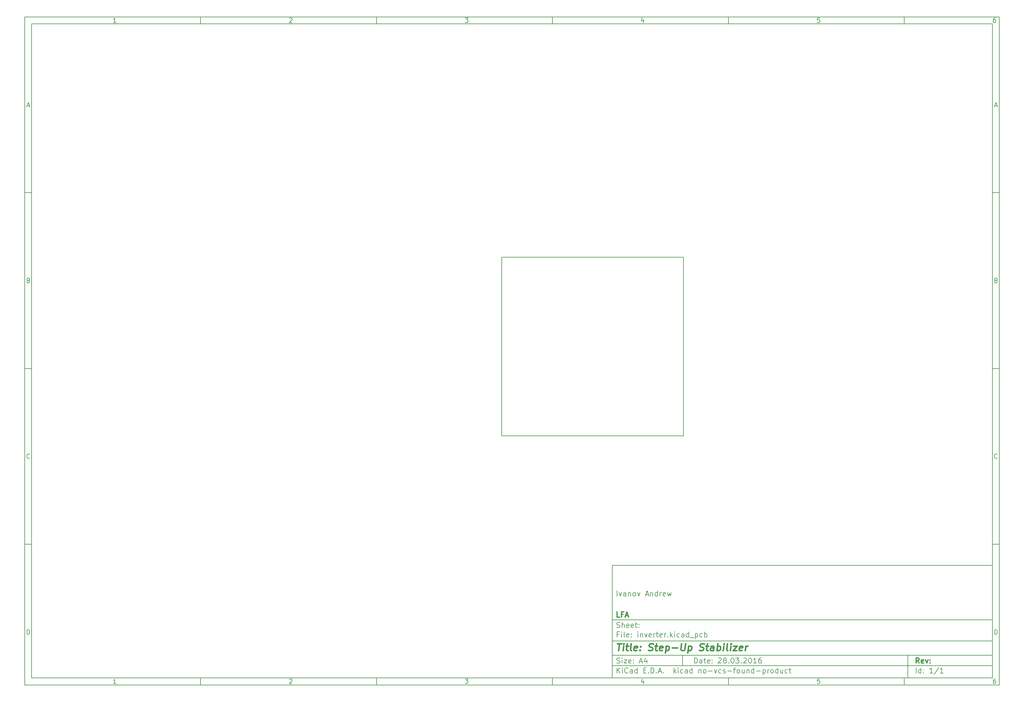
<source format=gbr>
G04 #@! TF.FileFunction,Glue,Bot*
%FSLAX46Y46*%
G04 Gerber Fmt 4.6, Leading zero omitted, Abs format (unit mm)*
G04 Created by KiCad (PCBNEW no-vcs-found-product) date Вт 05 июл 2016 14:43:35*
%MOMM*%
G01*
G04 APERTURE LIST*
%ADD10C,0.100000*%
%ADD11C,0.150000*%
%ADD12C,0.300000*%
%ADD13C,0.400000*%
%ADD14C,0.200000*%
G04 APERTURE END LIST*
D10*
D11*
X177002200Y-166007200D02*
X177002200Y-198007200D01*
X285002200Y-198007200D01*
X285002200Y-166007200D01*
X177002200Y-166007200D01*
D10*
D11*
X10000000Y-10000000D02*
X10000000Y-200007200D01*
X287002200Y-200007200D01*
X287002200Y-10000000D01*
X10000000Y-10000000D01*
D10*
D11*
X12000000Y-12000000D02*
X12000000Y-198007200D01*
X285002200Y-198007200D01*
X285002200Y-12000000D01*
X12000000Y-12000000D01*
D10*
D11*
X60000000Y-12000000D02*
X60000000Y-10000000D01*
D10*
D11*
X110000000Y-12000000D02*
X110000000Y-10000000D01*
D10*
D11*
X160000000Y-12000000D02*
X160000000Y-10000000D01*
D10*
D11*
X210000000Y-12000000D02*
X210000000Y-10000000D01*
D10*
D11*
X260000000Y-12000000D02*
X260000000Y-10000000D01*
D10*
D11*
X35990476Y-11588095D02*
X35247619Y-11588095D01*
X35619048Y-11588095D02*
X35619048Y-10288095D01*
X35495238Y-10473810D01*
X35371429Y-10597619D01*
X35247619Y-10659524D01*
D10*
D11*
X85247619Y-10411905D02*
X85309524Y-10350000D01*
X85433333Y-10288095D01*
X85742857Y-10288095D01*
X85866667Y-10350000D01*
X85928571Y-10411905D01*
X85990476Y-10535714D01*
X85990476Y-10659524D01*
X85928571Y-10845238D01*
X85185714Y-11588095D01*
X85990476Y-11588095D01*
D10*
D11*
X135185714Y-10288095D02*
X135990476Y-10288095D01*
X135557143Y-10783333D01*
X135742857Y-10783333D01*
X135866667Y-10845238D01*
X135928571Y-10907143D01*
X135990476Y-11030952D01*
X135990476Y-11340476D01*
X135928571Y-11464286D01*
X135866667Y-11526190D01*
X135742857Y-11588095D01*
X135371429Y-11588095D01*
X135247619Y-11526190D01*
X135185714Y-11464286D01*
D10*
D11*
X185866667Y-10721429D02*
X185866667Y-11588095D01*
X185557143Y-10226190D02*
X185247619Y-11154762D01*
X186052381Y-11154762D01*
D10*
D11*
X235928571Y-10288095D02*
X235309524Y-10288095D01*
X235247619Y-10907143D01*
X235309524Y-10845238D01*
X235433333Y-10783333D01*
X235742857Y-10783333D01*
X235866667Y-10845238D01*
X235928571Y-10907143D01*
X235990476Y-11030952D01*
X235990476Y-11340476D01*
X235928571Y-11464286D01*
X235866667Y-11526190D01*
X235742857Y-11588095D01*
X235433333Y-11588095D01*
X235309524Y-11526190D01*
X235247619Y-11464286D01*
D10*
D11*
X285866667Y-10288095D02*
X285619048Y-10288095D01*
X285495238Y-10350000D01*
X285433333Y-10411905D01*
X285309524Y-10597619D01*
X285247619Y-10845238D01*
X285247619Y-11340476D01*
X285309524Y-11464286D01*
X285371429Y-11526190D01*
X285495238Y-11588095D01*
X285742857Y-11588095D01*
X285866667Y-11526190D01*
X285928571Y-11464286D01*
X285990476Y-11340476D01*
X285990476Y-11030952D01*
X285928571Y-10907143D01*
X285866667Y-10845238D01*
X285742857Y-10783333D01*
X285495238Y-10783333D01*
X285371429Y-10845238D01*
X285309524Y-10907143D01*
X285247619Y-11030952D01*
D10*
D11*
X60000000Y-198007200D02*
X60000000Y-200007200D01*
D10*
D11*
X110000000Y-198007200D02*
X110000000Y-200007200D01*
D10*
D11*
X160000000Y-198007200D02*
X160000000Y-200007200D01*
D10*
D11*
X210000000Y-198007200D02*
X210000000Y-200007200D01*
D10*
D11*
X260000000Y-198007200D02*
X260000000Y-200007200D01*
D10*
D11*
X35990476Y-199595295D02*
X35247619Y-199595295D01*
X35619048Y-199595295D02*
X35619048Y-198295295D01*
X35495238Y-198481010D01*
X35371429Y-198604819D01*
X35247619Y-198666724D01*
D10*
D11*
X85247619Y-198419105D02*
X85309524Y-198357200D01*
X85433333Y-198295295D01*
X85742857Y-198295295D01*
X85866667Y-198357200D01*
X85928571Y-198419105D01*
X85990476Y-198542914D01*
X85990476Y-198666724D01*
X85928571Y-198852438D01*
X85185714Y-199595295D01*
X85990476Y-199595295D01*
D10*
D11*
X135185714Y-198295295D02*
X135990476Y-198295295D01*
X135557143Y-198790533D01*
X135742857Y-198790533D01*
X135866667Y-198852438D01*
X135928571Y-198914343D01*
X135990476Y-199038152D01*
X135990476Y-199347676D01*
X135928571Y-199471486D01*
X135866667Y-199533390D01*
X135742857Y-199595295D01*
X135371429Y-199595295D01*
X135247619Y-199533390D01*
X135185714Y-199471486D01*
D10*
D11*
X185866667Y-198728629D02*
X185866667Y-199595295D01*
X185557143Y-198233390D02*
X185247619Y-199161962D01*
X186052381Y-199161962D01*
D10*
D11*
X235928571Y-198295295D02*
X235309524Y-198295295D01*
X235247619Y-198914343D01*
X235309524Y-198852438D01*
X235433333Y-198790533D01*
X235742857Y-198790533D01*
X235866667Y-198852438D01*
X235928571Y-198914343D01*
X235990476Y-199038152D01*
X235990476Y-199347676D01*
X235928571Y-199471486D01*
X235866667Y-199533390D01*
X235742857Y-199595295D01*
X235433333Y-199595295D01*
X235309524Y-199533390D01*
X235247619Y-199471486D01*
D10*
D11*
X285866667Y-198295295D02*
X285619048Y-198295295D01*
X285495238Y-198357200D01*
X285433333Y-198419105D01*
X285309524Y-198604819D01*
X285247619Y-198852438D01*
X285247619Y-199347676D01*
X285309524Y-199471486D01*
X285371429Y-199533390D01*
X285495238Y-199595295D01*
X285742857Y-199595295D01*
X285866667Y-199533390D01*
X285928571Y-199471486D01*
X285990476Y-199347676D01*
X285990476Y-199038152D01*
X285928571Y-198914343D01*
X285866667Y-198852438D01*
X285742857Y-198790533D01*
X285495238Y-198790533D01*
X285371429Y-198852438D01*
X285309524Y-198914343D01*
X285247619Y-199038152D01*
D10*
D11*
X10000000Y-60000000D02*
X12000000Y-60000000D01*
D10*
D11*
X10000000Y-110000000D02*
X12000000Y-110000000D01*
D10*
D11*
X10000000Y-160000000D02*
X12000000Y-160000000D01*
D10*
D11*
X10690476Y-35216667D02*
X11309524Y-35216667D01*
X10566667Y-35588095D02*
X11000000Y-34288095D01*
X11433333Y-35588095D01*
D10*
D11*
X11092857Y-84907143D02*
X11278571Y-84969048D01*
X11340476Y-85030952D01*
X11402381Y-85154762D01*
X11402381Y-85340476D01*
X11340476Y-85464286D01*
X11278571Y-85526190D01*
X11154762Y-85588095D01*
X10659524Y-85588095D01*
X10659524Y-84288095D01*
X11092857Y-84288095D01*
X11216667Y-84350000D01*
X11278571Y-84411905D01*
X11340476Y-84535714D01*
X11340476Y-84659524D01*
X11278571Y-84783333D01*
X11216667Y-84845238D01*
X11092857Y-84907143D01*
X10659524Y-84907143D01*
D10*
D11*
X11402381Y-135464286D02*
X11340476Y-135526190D01*
X11154762Y-135588095D01*
X11030952Y-135588095D01*
X10845238Y-135526190D01*
X10721429Y-135402381D01*
X10659524Y-135278571D01*
X10597619Y-135030952D01*
X10597619Y-134845238D01*
X10659524Y-134597619D01*
X10721429Y-134473810D01*
X10845238Y-134350000D01*
X11030952Y-134288095D01*
X11154762Y-134288095D01*
X11340476Y-134350000D01*
X11402381Y-134411905D01*
D10*
D11*
X10659524Y-185588095D02*
X10659524Y-184288095D01*
X10969048Y-184288095D01*
X11154762Y-184350000D01*
X11278571Y-184473810D01*
X11340476Y-184597619D01*
X11402381Y-184845238D01*
X11402381Y-185030952D01*
X11340476Y-185278571D01*
X11278571Y-185402381D01*
X11154762Y-185526190D01*
X10969048Y-185588095D01*
X10659524Y-185588095D01*
D10*
D11*
X287002200Y-60000000D02*
X285002200Y-60000000D01*
D10*
D11*
X287002200Y-110000000D02*
X285002200Y-110000000D01*
D10*
D11*
X287002200Y-160000000D02*
X285002200Y-160000000D01*
D10*
D11*
X285692676Y-35216667D02*
X286311724Y-35216667D01*
X285568867Y-35588095D02*
X286002200Y-34288095D01*
X286435533Y-35588095D01*
D10*
D11*
X286095057Y-84907143D02*
X286280771Y-84969048D01*
X286342676Y-85030952D01*
X286404581Y-85154762D01*
X286404581Y-85340476D01*
X286342676Y-85464286D01*
X286280771Y-85526190D01*
X286156962Y-85588095D01*
X285661724Y-85588095D01*
X285661724Y-84288095D01*
X286095057Y-84288095D01*
X286218867Y-84350000D01*
X286280771Y-84411905D01*
X286342676Y-84535714D01*
X286342676Y-84659524D01*
X286280771Y-84783333D01*
X286218867Y-84845238D01*
X286095057Y-84907143D01*
X285661724Y-84907143D01*
D10*
D11*
X286404581Y-135464286D02*
X286342676Y-135526190D01*
X286156962Y-135588095D01*
X286033152Y-135588095D01*
X285847438Y-135526190D01*
X285723629Y-135402381D01*
X285661724Y-135278571D01*
X285599819Y-135030952D01*
X285599819Y-134845238D01*
X285661724Y-134597619D01*
X285723629Y-134473810D01*
X285847438Y-134350000D01*
X286033152Y-134288095D01*
X286156962Y-134288095D01*
X286342676Y-134350000D01*
X286404581Y-134411905D01*
D10*
D11*
X285661724Y-185588095D02*
X285661724Y-184288095D01*
X285971248Y-184288095D01*
X286156962Y-184350000D01*
X286280771Y-184473810D01*
X286342676Y-184597619D01*
X286404581Y-184845238D01*
X286404581Y-185030952D01*
X286342676Y-185278571D01*
X286280771Y-185402381D01*
X286156962Y-185526190D01*
X285971248Y-185588095D01*
X285661724Y-185588095D01*
D10*
D11*
X200359343Y-193785771D02*
X200359343Y-192285771D01*
X200716486Y-192285771D01*
X200930771Y-192357200D01*
X201073629Y-192500057D01*
X201145057Y-192642914D01*
X201216486Y-192928629D01*
X201216486Y-193142914D01*
X201145057Y-193428629D01*
X201073629Y-193571486D01*
X200930771Y-193714343D01*
X200716486Y-193785771D01*
X200359343Y-193785771D01*
X202502200Y-193785771D02*
X202502200Y-193000057D01*
X202430771Y-192857200D01*
X202287914Y-192785771D01*
X202002200Y-192785771D01*
X201859343Y-192857200D01*
X202502200Y-193714343D02*
X202359343Y-193785771D01*
X202002200Y-193785771D01*
X201859343Y-193714343D01*
X201787914Y-193571486D01*
X201787914Y-193428629D01*
X201859343Y-193285771D01*
X202002200Y-193214343D01*
X202359343Y-193214343D01*
X202502200Y-193142914D01*
X203002200Y-192785771D02*
X203573629Y-192785771D01*
X203216486Y-192285771D02*
X203216486Y-193571486D01*
X203287914Y-193714343D01*
X203430772Y-193785771D01*
X203573629Y-193785771D01*
X204645057Y-193714343D02*
X204502200Y-193785771D01*
X204216486Y-193785771D01*
X204073629Y-193714343D01*
X204002200Y-193571486D01*
X204002200Y-193000057D01*
X204073629Y-192857200D01*
X204216486Y-192785771D01*
X204502200Y-192785771D01*
X204645057Y-192857200D01*
X204716486Y-193000057D01*
X204716486Y-193142914D01*
X204002200Y-193285771D01*
X205359343Y-193642914D02*
X205430771Y-193714343D01*
X205359343Y-193785771D01*
X205287914Y-193714343D01*
X205359343Y-193642914D01*
X205359343Y-193785771D01*
X205359343Y-192857200D02*
X205430771Y-192928629D01*
X205359343Y-193000057D01*
X205287914Y-192928629D01*
X205359343Y-192857200D01*
X205359343Y-193000057D01*
X207145057Y-192428629D02*
X207216486Y-192357200D01*
X207359343Y-192285771D01*
X207716486Y-192285771D01*
X207859343Y-192357200D01*
X207930772Y-192428629D01*
X208002200Y-192571486D01*
X208002200Y-192714343D01*
X207930772Y-192928629D01*
X207073629Y-193785771D01*
X208002200Y-193785771D01*
X208859343Y-192928629D02*
X208716485Y-192857200D01*
X208645057Y-192785771D01*
X208573628Y-192642914D01*
X208573628Y-192571486D01*
X208645057Y-192428629D01*
X208716485Y-192357200D01*
X208859343Y-192285771D01*
X209145057Y-192285771D01*
X209287914Y-192357200D01*
X209359343Y-192428629D01*
X209430771Y-192571486D01*
X209430771Y-192642914D01*
X209359343Y-192785771D01*
X209287914Y-192857200D01*
X209145057Y-192928629D01*
X208859343Y-192928629D01*
X208716485Y-193000057D01*
X208645057Y-193071486D01*
X208573628Y-193214343D01*
X208573628Y-193500057D01*
X208645057Y-193642914D01*
X208716485Y-193714343D01*
X208859343Y-193785771D01*
X209145057Y-193785771D01*
X209287914Y-193714343D01*
X209359343Y-193642914D01*
X209430771Y-193500057D01*
X209430771Y-193214343D01*
X209359343Y-193071486D01*
X209287914Y-193000057D01*
X209145057Y-192928629D01*
X210073628Y-193642914D02*
X210145056Y-193714343D01*
X210073628Y-193785771D01*
X210002199Y-193714343D01*
X210073628Y-193642914D01*
X210073628Y-193785771D01*
X211073628Y-192285771D02*
X211216485Y-192285771D01*
X211359342Y-192357200D01*
X211430771Y-192428629D01*
X211502200Y-192571486D01*
X211573628Y-192857200D01*
X211573628Y-193214343D01*
X211502200Y-193500057D01*
X211430771Y-193642914D01*
X211359342Y-193714343D01*
X211216485Y-193785771D01*
X211073628Y-193785771D01*
X210930771Y-193714343D01*
X210859342Y-193642914D01*
X210787914Y-193500057D01*
X210716485Y-193214343D01*
X210716485Y-192857200D01*
X210787914Y-192571486D01*
X210859342Y-192428629D01*
X210930771Y-192357200D01*
X211073628Y-192285771D01*
X212073628Y-192285771D02*
X213002199Y-192285771D01*
X212502199Y-192857200D01*
X212716485Y-192857200D01*
X212859342Y-192928629D01*
X212930771Y-193000057D01*
X213002199Y-193142914D01*
X213002199Y-193500057D01*
X212930771Y-193642914D01*
X212859342Y-193714343D01*
X212716485Y-193785771D01*
X212287913Y-193785771D01*
X212145056Y-193714343D01*
X212073628Y-193642914D01*
X213645056Y-193642914D02*
X213716484Y-193714343D01*
X213645056Y-193785771D01*
X213573627Y-193714343D01*
X213645056Y-193642914D01*
X213645056Y-193785771D01*
X214287913Y-192428629D02*
X214359342Y-192357200D01*
X214502199Y-192285771D01*
X214859342Y-192285771D01*
X215002199Y-192357200D01*
X215073628Y-192428629D01*
X215145056Y-192571486D01*
X215145056Y-192714343D01*
X215073628Y-192928629D01*
X214216485Y-193785771D01*
X215145056Y-193785771D01*
X216073627Y-192285771D02*
X216216484Y-192285771D01*
X216359341Y-192357200D01*
X216430770Y-192428629D01*
X216502199Y-192571486D01*
X216573627Y-192857200D01*
X216573627Y-193214343D01*
X216502199Y-193500057D01*
X216430770Y-193642914D01*
X216359341Y-193714343D01*
X216216484Y-193785771D01*
X216073627Y-193785771D01*
X215930770Y-193714343D01*
X215859341Y-193642914D01*
X215787913Y-193500057D01*
X215716484Y-193214343D01*
X215716484Y-192857200D01*
X215787913Y-192571486D01*
X215859341Y-192428629D01*
X215930770Y-192357200D01*
X216073627Y-192285771D01*
X218002198Y-193785771D02*
X217145055Y-193785771D01*
X217573627Y-193785771D02*
X217573627Y-192285771D01*
X217430770Y-192500057D01*
X217287912Y-192642914D01*
X217145055Y-192714343D01*
X219287912Y-192285771D02*
X219002198Y-192285771D01*
X218859341Y-192357200D01*
X218787912Y-192428629D01*
X218645055Y-192642914D01*
X218573626Y-192928629D01*
X218573626Y-193500057D01*
X218645055Y-193642914D01*
X218716483Y-193714343D01*
X218859341Y-193785771D01*
X219145055Y-193785771D01*
X219287912Y-193714343D01*
X219359341Y-193642914D01*
X219430769Y-193500057D01*
X219430769Y-193142914D01*
X219359341Y-193000057D01*
X219287912Y-192928629D01*
X219145055Y-192857200D01*
X218859341Y-192857200D01*
X218716483Y-192928629D01*
X218645055Y-193000057D01*
X218573626Y-193142914D01*
D10*
D11*
X177002200Y-194507200D02*
X285002200Y-194507200D01*
D10*
D11*
X178359343Y-196585771D02*
X178359343Y-195085771D01*
X179216486Y-196585771D02*
X178573629Y-195728629D01*
X179216486Y-195085771D02*
X178359343Y-195942914D01*
X179859343Y-196585771D02*
X179859343Y-195585771D01*
X179859343Y-195085771D02*
X179787914Y-195157200D01*
X179859343Y-195228629D01*
X179930771Y-195157200D01*
X179859343Y-195085771D01*
X179859343Y-195228629D01*
X181430772Y-196442914D02*
X181359343Y-196514343D01*
X181145057Y-196585771D01*
X181002200Y-196585771D01*
X180787915Y-196514343D01*
X180645057Y-196371486D01*
X180573629Y-196228629D01*
X180502200Y-195942914D01*
X180502200Y-195728629D01*
X180573629Y-195442914D01*
X180645057Y-195300057D01*
X180787915Y-195157200D01*
X181002200Y-195085771D01*
X181145057Y-195085771D01*
X181359343Y-195157200D01*
X181430772Y-195228629D01*
X182716486Y-196585771D02*
X182716486Y-195800057D01*
X182645057Y-195657200D01*
X182502200Y-195585771D01*
X182216486Y-195585771D01*
X182073629Y-195657200D01*
X182716486Y-196514343D02*
X182573629Y-196585771D01*
X182216486Y-196585771D01*
X182073629Y-196514343D01*
X182002200Y-196371486D01*
X182002200Y-196228629D01*
X182073629Y-196085771D01*
X182216486Y-196014343D01*
X182573629Y-196014343D01*
X182716486Y-195942914D01*
X184073629Y-196585771D02*
X184073629Y-195085771D01*
X184073629Y-196514343D02*
X183930772Y-196585771D01*
X183645058Y-196585771D01*
X183502200Y-196514343D01*
X183430772Y-196442914D01*
X183359343Y-196300057D01*
X183359343Y-195871486D01*
X183430772Y-195728629D01*
X183502200Y-195657200D01*
X183645058Y-195585771D01*
X183930772Y-195585771D01*
X184073629Y-195657200D01*
X185930772Y-195800057D02*
X186430772Y-195800057D01*
X186645058Y-196585771D02*
X185930772Y-196585771D01*
X185930772Y-195085771D01*
X186645058Y-195085771D01*
X187287915Y-196442914D02*
X187359343Y-196514343D01*
X187287915Y-196585771D01*
X187216486Y-196514343D01*
X187287915Y-196442914D01*
X187287915Y-196585771D01*
X188002201Y-196585771D02*
X188002201Y-195085771D01*
X188359344Y-195085771D01*
X188573629Y-195157200D01*
X188716487Y-195300057D01*
X188787915Y-195442914D01*
X188859344Y-195728629D01*
X188859344Y-195942914D01*
X188787915Y-196228629D01*
X188716487Y-196371486D01*
X188573629Y-196514343D01*
X188359344Y-196585771D01*
X188002201Y-196585771D01*
X189502201Y-196442914D02*
X189573629Y-196514343D01*
X189502201Y-196585771D01*
X189430772Y-196514343D01*
X189502201Y-196442914D01*
X189502201Y-196585771D01*
X190145058Y-196157200D02*
X190859344Y-196157200D01*
X190002201Y-196585771D02*
X190502201Y-195085771D01*
X191002201Y-196585771D01*
X191502201Y-196442914D02*
X191573629Y-196514343D01*
X191502201Y-196585771D01*
X191430772Y-196514343D01*
X191502201Y-196442914D01*
X191502201Y-196585771D01*
X194502201Y-196585771D02*
X194502201Y-195085771D01*
X194645058Y-196014343D02*
X195073629Y-196585771D01*
X195073629Y-195585771D02*
X194502201Y-196157200D01*
X195716487Y-196585771D02*
X195716487Y-195585771D01*
X195716487Y-195085771D02*
X195645058Y-195157200D01*
X195716487Y-195228629D01*
X195787915Y-195157200D01*
X195716487Y-195085771D01*
X195716487Y-195228629D01*
X197073630Y-196514343D02*
X196930773Y-196585771D01*
X196645059Y-196585771D01*
X196502201Y-196514343D01*
X196430773Y-196442914D01*
X196359344Y-196300057D01*
X196359344Y-195871486D01*
X196430773Y-195728629D01*
X196502201Y-195657200D01*
X196645059Y-195585771D01*
X196930773Y-195585771D01*
X197073630Y-195657200D01*
X198359344Y-196585771D02*
X198359344Y-195800057D01*
X198287915Y-195657200D01*
X198145058Y-195585771D01*
X197859344Y-195585771D01*
X197716487Y-195657200D01*
X198359344Y-196514343D02*
X198216487Y-196585771D01*
X197859344Y-196585771D01*
X197716487Y-196514343D01*
X197645058Y-196371486D01*
X197645058Y-196228629D01*
X197716487Y-196085771D01*
X197859344Y-196014343D01*
X198216487Y-196014343D01*
X198359344Y-195942914D01*
X199716487Y-196585771D02*
X199716487Y-195085771D01*
X199716487Y-196514343D02*
X199573630Y-196585771D01*
X199287916Y-196585771D01*
X199145058Y-196514343D01*
X199073630Y-196442914D01*
X199002201Y-196300057D01*
X199002201Y-195871486D01*
X199073630Y-195728629D01*
X199145058Y-195657200D01*
X199287916Y-195585771D01*
X199573630Y-195585771D01*
X199716487Y-195657200D01*
X201573630Y-195585771D02*
X201573630Y-196585771D01*
X201573630Y-195728629D02*
X201645058Y-195657200D01*
X201787916Y-195585771D01*
X202002201Y-195585771D01*
X202145058Y-195657200D01*
X202216487Y-195800057D01*
X202216487Y-196585771D01*
X203145059Y-196585771D02*
X203002201Y-196514343D01*
X202930773Y-196442914D01*
X202859344Y-196300057D01*
X202859344Y-195871486D01*
X202930773Y-195728629D01*
X203002201Y-195657200D01*
X203145059Y-195585771D01*
X203359344Y-195585771D01*
X203502201Y-195657200D01*
X203573630Y-195728629D01*
X203645059Y-195871486D01*
X203645059Y-196300057D01*
X203573630Y-196442914D01*
X203502201Y-196514343D01*
X203359344Y-196585771D01*
X203145059Y-196585771D01*
X204287916Y-196014343D02*
X205430773Y-196014343D01*
X206002202Y-195585771D02*
X206359345Y-196585771D01*
X206716487Y-195585771D01*
X207930773Y-196514343D02*
X207787916Y-196585771D01*
X207502202Y-196585771D01*
X207359344Y-196514343D01*
X207287916Y-196442914D01*
X207216487Y-196300057D01*
X207216487Y-195871486D01*
X207287916Y-195728629D01*
X207359344Y-195657200D01*
X207502202Y-195585771D01*
X207787916Y-195585771D01*
X207930773Y-195657200D01*
X208502201Y-196514343D02*
X208645058Y-196585771D01*
X208930773Y-196585771D01*
X209073630Y-196514343D01*
X209145058Y-196371486D01*
X209145058Y-196300057D01*
X209073630Y-196157200D01*
X208930773Y-196085771D01*
X208716487Y-196085771D01*
X208573630Y-196014343D01*
X208502201Y-195871486D01*
X208502201Y-195800057D01*
X208573630Y-195657200D01*
X208716487Y-195585771D01*
X208930773Y-195585771D01*
X209073630Y-195657200D01*
X209787916Y-196014343D02*
X210930773Y-196014343D01*
X211430773Y-195585771D02*
X212002202Y-195585771D01*
X211645059Y-196585771D02*
X211645059Y-195300057D01*
X211716487Y-195157200D01*
X211859345Y-195085771D01*
X212002202Y-195085771D01*
X212716488Y-196585771D02*
X212573630Y-196514343D01*
X212502202Y-196442914D01*
X212430773Y-196300057D01*
X212430773Y-195871486D01*
X212502202Y-195728629D01*
X212573630Y-195657200D01*
X212716488Y-195585771D01*
X212930773Y-195585771D01*
X213073630Y-195657200D01*
X213145059Y-195728629D01*
X213216488Y-195871486D01*
X213216488Y-196300057D01*
X213145059Y-196442914D01*
X213073630Y-196514343D01*
X212930773Y-196585771D01*
X212716488Y-196585771D01*
X214502202Y-195585771D02*
X214502202Y-196585771D01*
X213859345Y-195585771D02*
X213859345Y-196371486D01*
X213930773Y-196514343D01*
X214073631Y-196585771D01*
X214287916Y-196585771D01*
X214430773Y-196514343D01*
X214502202Y-196442914D01*
X215216488Y-195585771D02*
X215216488Y-196585771D01*
X215216488Y-195728629D02*
X215287916Y-195657200D01*
X215430774Y-195585771D01*
X215645059Y-195585771D01*
X215787916Y-195657200D01*
X215859345Y-195800057D01*
X215859345Y-196585771D01*
X217216488Y-196585771D02*
X217216488Y-195085771D01*
X217216488Y-196514343D02*
X217073631Y-196585771D01*
X216787917Y-196585771D01*
X216645059Y-196514343D01*
X216573631Y-196442914D01*
X216502202Y-196300057D01*
X216502202Y-195871486D01*
X216573631Y-195728629D01*
X216645059Y-195657200D01*
X216787917Y-195585771D01*
X217073631Y-195585771D01*
X217216488Y-195657200D01*
X217930774Y-196014343D02*
X219073631Y-196014343D01*
X219787917Y-195585771D02*
X219787917Y-197085771D01*
X219787917Y-195657200D02*
X219930774Y-195585771D01*
X220216488Y-195585771D01*
X220359345Y-195657200D01*
X220430774Y-195728629D01*
X220502203Y-195871486D01*
X220502203Y-196300057D01*
X220430774Y-196442914D01*
X220359345Y-196514343D01*
X220216488Y-196585771D01*
X219930774Y-196585771D01*
X219787917Y-196514343D01*
X221145060Y-196585771D02*
X221145060Y-195585771D01*
X221145060Y-195871486D02*
X221216488Y-195728629D01*
X221287917Y-195657200D01*
X221430774Y-195585771D01*
X221573631Y-195585771D01*
X222287917Y-196585771D02*
X222145059Y-196514343D01*
X222073631Y-196442914D01*
X222002202Y-196300057D01*
X222002202Y-195871486D01*
X222073631Y-195728629D01*
X222145059Y-195657200D01*
X222287917Y-195585771D01*
X222502202Y-195585771D01*
X222645059Y-195657200D01*
X222716488Y-195728629D01*
X222787917Y-195871486D01*
X222787917Y-196300057D01*
X222716488Y-196442914D01*
X222645059Y-196514343D01*
X222502202Y-196585771D01*
X222287917Y-196585771D01*
X224073631Y-196585771D02*
X224073631Y-195085771D01*
X224073631Y-196514343D02*
X223930774Y-196585771D01*
X223645060Y-196585771D01*
X223502202Y-196514343D01*
X223430774Y-196442914D01*
X223359345Y-196300057D01*
X223359345Y-195871486D01*
X223430774Y-195728629D01*
X223502202Y-195657200D01*
X223645060Y-195585771D01*
X223930774Y-195585771D01*
X224073631Y-195657200D01*
X225430774Y-195585771D02*
X225430774Y-196585771D01*
X224787917Y-195585771D02*
X224787917Y-196371486D01*
X224859345Y-196514343D01*
X225002203Y-196585771D01*
X225216488Y-196585771D01*
X225359345Y-196514343D01*
X225430774Y-196442914D01*
X226787917Y-196514343D02*
X226645060Y-196585771D01*
X226359346Y-196585771D01*
X226216488Y-196514343D01*
X226145060Y-196442914D01*
X226073631Y-196300057D01*
X226073631Y-195871486D01*
X226145060Y-195728629D01*
X226216488Y-195657200D01*
X226359346Y-195585771D01*
X226645060Y-195585771D01*
X226787917Y-195657200D01*
X227216488Y-195585771D02*
X227787917Y-195585771D01*
X227430774Y-195085771D02*
X227430774Y-196371486D01*
X227502202Y-196514343D01*
X227645060Y-196585771D01*
X227787917Y-196585771D01*
D10*
D11*
X177002200Y-191507200D02*
X285002200Y-191507200D01*
D10*
D12*
X264216486Y-193785771D02*
X263716486Y-193071486D01*
X263359343Y-193785771D02*
X263359343Y-192285771D01*
X263930771Y-192285771D01*
X264073629Y-192357200D01*
X264145057Y-192428629D01*
X264216486Y-192571486D01*
X264216486Y-192785771D01*
X264145057Y-192928629D01*
X264073629Y-193000057D01*
X263930771Y-193071486D01*
X263359343Y-193071486D01*
X265430771Y-193714343D02*
X265287914Y-193785771D01*
X265002200Y-193785771D01*
X264859343Y-193714343D01*
X264787914Y-193571486D01*
X264787914Y-193000057D01*
X264859343Y-192857200D01*
X265002200Y-192785771D01*
X265287914Y-192785771D01*
X265430771Y-192857200D01*
X265502200Y-193000057D01*
X265502200Y-193142914D01*
X264787914Y-193285771D01*
X266002200Y-192785771D02*
X266359343Y-193785771D01*
X266716485Y-192785771D01*
X267287914Y-193642914D02*
X267359342Y-193714343D01*
X267287914Y-193785771D01*
X267216485Y-193714343D01*
X267287914Y-193642914D01*
X267287914Y-193785771D01*
X267287914Y-192857200D02*
X267359342Y-192928629D01*
X267287914Y-193000057D01*
X267216485Y-192928629D01*
X267287914Y-192857200D01*
X267287914Y-193000057D01*
D10*
D11*
X178287914Y-193714343D02*
X178502200Y-193785771D01*
X178859343Y-193785771D01*
X179002200Y-193714343D01*
X179073629Y-193642914D01*
X179145057Y-193500057D01*
X179145057Y-193357200D01*
X179073629Y-193214343D01*
X179002200Y-193142914D01*
X178859343Y-193071486D01*
X178573629Y-193000057D01*
X178430771Y-192928629D01*
X178359343Y-192857200D01*
X178287914Y-192714343D01*
X178287914Y-192571486D01*
X178359343Y-192428629D01*
X178430771Y-192357200D01*
X178573629Y-192285771D01*
X178930771Y-192285771D01*
X179145057Y-192357200D01*
X179787914Y-193785771D02*
X179787914Y-192785771D01*
X179787914Y-192285771D02*
X179716485Y-192357200D01*
X179787914Y-192428629D01*
X179859342Y-192357200D01*
X179787914Y-192285771D01*
X179787914Y-192428629D01*
X180359343Y-192785771D02*
X181145057Y-192785771D01*
X180359343Y-193785771D01*
X181145057Y-193785771D01*
X182287914Y-193714343D02*
X182145057Y-193785771D01*
X181859343Y-193785771D01*
X181716486Y-193714343D01*
X181645057Y-193571486D01*
X181645057Y-193000057D01*
X181716486Y-192857200D01*
X181859343Y-192785771D01*
X182145057Y-192785771D01*
X182287914Y-192857200D01*
X182359343Y-193000057D01*
X182359343Y-193142914D01*
X181645057Y-193285771D01*
X183002200Y-193642914D02*
X183073628Y-193714343D01*
X183002200Y-193785771D01*
X182930771Y-193714343D01*
X183002200Y-193642914D01*
X183002200Y-193785771D01*
X183002200Y-192857200D02*
X183073628Y-192928629D01*
X183002200Y-193000057D01*
X182930771Y-192928629D01*
X183002200Y-192857200D01*
X183002200Y-193000057D01*
X184787914Y-193357200D02*
X185502200Y-193357200D01*
X184645057Y-193785771D02*
X185145057Y-192285771D01*
X185645057Y-193785771D01*
X186787914Y-192785771D02*
X186787914Y-193785771D01*
X186430771Y-192214343D02*
X186073628Y-193285771D01*
X187002200Y-193285771D01*
D10*
D11*
X263359343Y-196585771D02*
X263359343Y-195085771D01*
X264716486Y-196585771D02*
X264716486Y-195085771D01*
X264716486Y-196514343D02*
X264573629Y-196585771D01*
X264287915Y-196585771D01*
X264145057Y-196514343D01*
X264073629Y-196442914D01*
X264002200Y-196300057D01*
X264002200Y-195871486D01*
X264073629Y-195728629D01*
X264145057Y-195657200D01*
X264287915Y-195585771D01*
X264573629Y-195585771D01*
X264716486Y-195657200D01*
X265430772Y-196442914D02*
X265502200Y-196514343D01*
X265430772Y-196585771D01*
X265359343Y-196514343D01*
X265430772Y-196442914D01*
X265430772Y-196585771D01*
X265430772Y-195657200D02*
X265502200Y-195728629D01*
X265430772Y-195800057D01*
X265359343Y-195728629D01*
X265430772Y-195657200D01*
X265430772Y-195800057D01*
X268073629Y-196585771D02*
X267216486Y-196585771D01*
X267645058Y-196585771D02*
X267645058Y-195085771D01*
X267502201Y-195300057D01*
X267359343Y-195442914D01*
X267216486Y-195514343D01*
X269787914Y-195014343D02*
X268502200Y-196942914D01*
X271073629Y-196585771D02*
X270216486Y-196585771D01*
X270645058Y-196585771D02*
X270645058Y-195085771D01*
X270502201Y-195300057D01*
X270359343Y-195442914D01*
X270216486Y-195514343D01*
D10*
D11*
X177002200Y-187507200D02*
X285002200Y-187507200D01*
D10*
D13*
X178454581Y-188211962D02*
X179597438Y-188211962D01*
X178776010Y-190211962D02*
X179026010Y-188211962D01*
X180014105Y-190211962D02*
X180180771Y-188878629D01*
X180264105Y-188211962D02*
X180156962Y-188307200D01*
X180240295Y-188402438D01*
X180347439Y-188307200D01*
X180264105Y-188211962D01*
X180240295Y-188402438D01*
X180847438Y-188878629D02*
X181609343Y-188878629D01*
X181216486Y-188211962D02*
X181002200Y-189926248D01*
X181073630Y-190116724D01*
X181252201Y-190211962D01*
X181442677Y-190211962D01*
X182395058Y-190211962D02*
X182216487Y-190116724D01*
X182145057Y-189926248D01*
X182359343Y-188211962D01*
X183930772Y-190116724D02*
X183728391Y-190211962D01*
X183347439Y-190211962D01*
X183168867Y-190116724D01*
X183097438Y-189926248D01*
X183192676Y-189164343D01*
X183311724Y-188973867D01*
X183514105Y-188878629D01*
X183895057Y-188878629D01*
X184073629Y-188973867D01*
X184145057Y-189164343D01*
X184121248Y-189354819D01*
X183145057Y-189545295D01*
X184895057Y-190021486D02*
X184978392Y-190116724D01*
X184871248Y-190211962D01*
X184787915Y-190116724D01*
X184895057Y-190021486D01*
X184871248Y-190211962D01*
X185026010Y-188973867D02*
X185109344Y-189069105D01*
X185002200Y-189164343D01*
X184918867Y-189069105D01*
X185026010Y-188973867D01*
X185002200Y-189164343D01*
X187264106Y-190116724D02*
X187537916Y-190211962D01*
X188014106Y-190211962D01*
X188216487Y-190116724D01*
X188323629Y-190021486D01*
X188442678Y-189831010D01*
X188466487Y-189640533D01*
X188395058Y-189450057D01*
X188311725Y-189354819D01*
X188133153Y-189259581D01*
X187764106Y-189164343D01*
X187585535Y-189069105D01*
X187502201Y-188973867D01*
X187430772Y-188783390D01*
X187454582Y-188592914D01*
X187573629Y-188402438D01*
X187680773Y-188307200D01*
X187883154Y-188211962D01*
X188359344Y-188211962D01*
X188633154Y-188307200D01*
X189133153Y-188878629D02*
X189895058Y-188878629D01*
X189502201Y-188211962D02*
X189287915Y-189926248D01*
X189359345Y-190116724D01*
X189537916Y-190211962D01*
X189728392Y-190211962D01*
X191168868Y-190116724D02*
X190966487Y-190211962D01*
X190585535Y-190211962D01*
X190406963Y-190116724D01*
X190335534Y-189926248D01*
X190430772Y-189164343D01*
X190549820Y-188973867D01*
X190752201Y-188878629D01*
X191133153Y-188878629D01*
X191311725Y-188973867D01*
X191383153Y-189164343D01*
X191359344Y-189354819D01*
X190383153Y-189545295D01*
X192276010Y-188878629D02*
X192026010Y-190878629D01*
X192264106Y-188973867D02*
X192466487Y-188878629D01*
X192847439Y-188878629D01*
X193026011Y-188973867D01*
X193109344Y-189069105D01*
X193180772Y-189259581D01*
X193109344Y-189831010D01*
X192990296Y-190021486D01*
X192883154Y-190116724D01*
X192680773Y-190211962D01*
X192299821Y-190211962D01*
X192121249Y-190116724D01*
X194014106Y-189450057D02*
X195537916Y-189450057D01*
X196645058Y-188211962D02*
X196442677Y-189831010D01*
X196514106Y-190021486D01*
X196597440Y-190116724D01*
X196776011Y-190211962D01*
X197156963Y-190211962D01*
X197359344Y-190116724D01*
X197466487Y-190021486D01*
X197585535Y-189831010D01*
X197787916Y-188211962D01*
X198656962Y-188878629D02*
X198406962Y-190878629D01*
X198645058Y-188973867D02*
X198847439Y-188878629D01*
X199228391Y-188878629D01*
X199406963Y-188973867D01*
X199490296Y-189069105D01*
X199561724Y-189259581D01*
X199490296Y-189831010D01*
X199371248Y-190021486D01*
X199264106Y-190116724D01*
X199061725Y-190211962D01*
X198680773Y-190211962D01*
X198502201Y-190116724D01*
X201740297Y-190116724D02*
X202014107Y-190211962D01*
X202490297Y-190211962D01*
X202692678Y-190116724D01*
X202799820Y-190021486D01*
X202918869Y-189831010D01*
X202942678Y-189640533D01*
X202871249Y-189450057D01*
X202787916Y-189354819D01*
X202609344Y-189259581D01*
X202240297Y-189164343D01*
X202061726Y-189069105D01*
X201978392Y-188973867D01*
X201906963Y-188783390D01*
X201930773Y-188592914D01*
X202049820Y-188402438D01*
X202156964Y-188307200D01*
X202359345Y-188211962D01*
X202835535Y-188211962D01*
X203109345Y-188307200D01*
X203609344Y-188878629D02*
X204371249Y-188878629D01*
X203978392Y-188211962D02*
X203764106Y-189926248D01*
X203835536Y-190116724D01*
X204014107Y-190211962D01*
X204204583Y-190211962D01*
X205728392Y-190211962D02*
X205859344Y-189164343D01*
X205787916Y-188973867D01*
X205609344Y-188878629D01*
X205228392Y-188878629D01*
X205026011Y-188973867D01*
X205740297Y-190116724D02*
X205537916Y-190211962D01*
X205061726Y-190211962D01*
X204883154Y-190116724D01*
X204811725Y-189926248D01*
X204835535Y-189735771D01*
X204954582Y-189545295D01*
X205156964Y-189450057D01*
X205633154Y-189450057D01*
X205835535Y-189354819D01*
X206680773Y-190211962D02*
X206930773Y-188211962D01*
X206835535Y-188973867D02*
X207037916Y-188878629D01*
X207418868Y-188878629D01*
X207597440Y-188973867D01*
X207680773Y-189069105D01*
X207752201Y-189259581D01*
X207680773Y-189831010D01*
X207561725Y-190021486D01*
X207454583Y-190116724D01*
X207252202Y-190211962D01*
X206871250Y-190211962D01*
X206692678Y-190116724D01*
X208490297Y-190211962D02*
X208656963Y-188878629D01*
X208740297Y-188211962D02*
X208633154Y-188307200D01*
X208716487Y-188402438D01*
X208823631Y-188307200D01*
X208740297Y-188211962D01*
X208716487Y-188402438D01*
X209728393Y-190211962D02*
X209549822Y-190116724D01*
X209478392Y-189926248D01*
X209692678Y-188211962D01*
X210490297Y-190211962D02*
X210656963Y-188878629D01*
X210740297Y-188211962D02*
X210633154Y-188307200D01*
X210716487Y-188402438D01*
X210823631Y-188307200D01*
X210740297Y-188211962D01*
X210716487Y-188402438D01*
X211418868Y-188878629D02*
X212466487Y-188878629D01*
X211252202Y-190211962D01*
X212299821Y-190211962D01*
X213835536Y-190116724D02*
X213633155Y-190211962D01*
X213252203Y-190211962D01*
X213073631Y-190116724D01*
X213002202Y-189926248D01*
X213097440Y-189164343D01*
X213216488Y-188973867D01*
X213418869Y-188878629D01*
X213799821Y-188878629D01*
X213978393Y-188973867D01*
X214049821Y-189164343D01*
X214026012Y-189354819D01*
X213049821Y-189545295D01*
X214776012Y-190211962D02*
X214942678Y-188878629D01*
X214895059Y-189259581D02*
X215014108Y-189069105D01*
X215121251Y-188973867D01*
X215323631Y-188878629D01*
X215514107Y-188878629D01*
D10*
D11*
X178859343Y-185600057D02*
X178359343Y-185600057D01*
X178359343Y-186385771D02*
X178359343Y-184885771D01*
X179073629Y-184885771D01*
X179645057Y-186385771D02*
X179645057Y-185385771D01*
X179645057Y-184885771D02*
X179573628Y-184957200D01*
X179645057Y-185028629D01*
X179716485Y-184957200D01*
X179645057Y-184885771D01*
X179645057Y-185028629D01*
X180573629Y-186385771D02*
X180430771Y-186314343D01*
X180359343Y-186171486D01*
X180359343Y-184885771D01*
X181716485Y-186314343D02*
X181573628Y-186385771D01*
X181287914Y-186385771D01*
X181145057Y-186314343D01*
X181073628Y-186171486D01*
X181073628Y-185600057D01*
X181145057Y-185457200D01*
X181287914Y-185385771D01*
X181573628Y-185385771D01*
X181716485Y-185457200D01*
X181787914Y-185600057D01*
X181787914Y-185742914D01*
X181073628Y-185885771D01*
X182430771Y-186242914D02*
X182502199Y-186314343D01*
X182430771Y-186385771D01*
X182359342Y-186314343D01*
X182430771Y-186242914D01*
X182430771Y-186385771D01*
X182430771Y-185457200D02*
X182502199Y-185528629D01*
X182430771Y-185600057D01*
X182359342Y-185528629D01*
X182430771Y-185457200D01*
X182430771Y-185600057D01*
X184287914Y-186385771D02*
X184287914Y-185385771D01*
X184287914Y-184885771D02*
X184216485Y-184957200D01*
X184287914Y-185028629D01*
X184359342Y-184957200D01*
X184287914Y-184885771D01*
X184287914Y-185028629D01*
X185002200Y-185385771D02*
X185002200Y-186385771D01*
X185002200Y-185528629D02*
X185073628Y-185457200D01*
X185216486Y-185385771D01*
X185430771Y-185385771D01*
X185573628Y-185457200D01*
X185645057Y-185600057D01*
X185645057Y-186385771D01*
X186216486Y-185385771D02*
X186573629Y-186385771D01*
X186930771Y-185385771D01*
X188073628Y-186314343D02*
X187930771Y-186385771D01*
X187645057Y-186385771D01*
X187502200Y-186314343D01*
X187430771Y-186171486D01*
X187430771Y-185600057D01*
X187502200Y-185457200D01*
X187645057Y-185385771D01*
X187930771Y-185385771D01*
X188073628Y-185457200D01*
X188145057Y-185600057D01*
X188145057Y-185742914D01*
X187430771Y-185885771D01*
X188787914Y-186385771D02*
X188787914Y-185385771D01*
X188787914Y-185671486D02*
X188859342Y-185528629D01*
X188930771Y-185457200D01*
X189073628Y-185385771D01*
X189216485Y-185385771D01*
X189502199Y-185385771D02*
X190073628Y-185385771D01*
X189716485Y-184885771D02*
X189716485Y-186171486D01*
X189787913Y-186314343D01*
X189930771Y-186385771D01*
X190073628Y-186385771D01*
X191145056Y-186314343D02*
X191002199Y-186385771D01*
X190716485Y-186385771D01*
X190573628Y-186314343D01*
X190502199Y-186171486D01*
X190502199Y-185600057D01*
X190573628Y-185457200D01*
X190716485Y-185385771D01*
X191002199Y-185385771D01*
X191145056Y-185457200D01*
X191216485Y-185600057D01*
X191216485Y-185742914D01*
X190502199Y-185885771D01*
X191859342Y-186385771D02*
X191859342Y-185385771D01*
X191859342Y-185671486D02*
X191930770Y-185528629D01*
X192002199Y-185457200D01*
X192145056Y-185385771D01*
X192287913Y-185385771D01*
X192787913Y-186242914D02*
X192859341Y-186314343D01*
X192787913Y-186385771D01*
X192716484Y-186314343D01*
X192787913Y-186242914D01*
X192787913Y-186385771D01*
X193502199Y-186385771D02*
X193502199Y-184885771D01*
X193645056Y-185814343D02*
X194073627Y-186385771D01*
X194073627Y-185385771D02*
X193502199Y-185957200D01*
X194716485Y-186385771D02*
X194716485Y-185385771D01*
X194716485Y-184885771D02*
X194645056Y-184957200D01*
X194716485Y-185028629D01*
X194787913Y-184957200D01*
X194716485Y-184885771D01*
X194716485Y-185028629D01*
X196073628Y-186314343D02*
X195930771Y-186385771D01*
X195645057Y-186385771D01*
X195502199Y-186314343D01*
X195430771Y-186242914D01*
X195359342Y-186100057D01*
X195359342Y-185671486D01*
X195430771Y-185528629D01*
X195502199Y-185457200D01*
X195645057Y-185385771D01*
X195930771Y-185385771D01*
X196073628Y-185457200D01*
X197359342Y-186385771D02*
X197359342Y-185600057D01*
X197287913Y-185457200D01*
X197145056Y-185385771D01*
X196859342Y-185385771D01*
X196716485Y-185457200D01*
X197359342Y-186314343D02*
X197216485Y-186385771D01*
X196859342Y-186385771D01*
X196716485Y-186314343D01*
X196645056Y-186171486D01*
X196645056Y-186028629D01*
X196716485Y-185885771D01*
X196859342Y-185814343D01*
X197216485Y-185814343D01*
X197359342Y-185742914D01*
X198716485Y-186385771D02*
X198716485Y-184885771D01*
X198716485Y-186314343D02*
X198573628Y-186385771D01*
X198287914Y-186385771D01*
X198145056Y-186314343D01*
X198073628Y-186242914D01*
X198002199Y-186100057D01*
X198002199Y-185671486D01*
X198073628Y-185528629D01*
X198145056Y-185457200D01*
X198287914Y-185385771D01*
X198573628Y-185385771D01*
X198716485Y-185457200D01*
X199073628Y-186528629D02*
X200216485Y-186528629D01*
X200573628Y-185385771D02*
X200573628Y-186885771D01*
X200573628Y-185457200D02*
X200716485Y-185385771D01*
X201002199Y-185385771D01*
X201145056Y-185457200D01*
X201216485Y-185528629D01*
X201287914Y-185671486D01*
X201287914Y-186100057D01*
X201216485Y-186242914D01*
X201145056Y-186314343D01*
X201002199Y-186385771D01*
X200716485Y-186385771D01*
X200573628Y-186314343D01*
X202573628Y-186314343D02*
X202430771Y-186385771D01*
X202145057Y-186385771D01*
X202002199Y-186314343D01*
X201930771Y-186242914D01*
X201859342Y-186100057D01*
X201859342Y-185671486D01*
X201930771Y-185528629D01*
X202002199Y-185457200D01*
X202145057Y-185385771D01*
X202430771Y-185385771D01*
X202573628Y-185457200D01*
X203216485Y-186385771D02*
X203216485Y-184885771D01*
X203216485Y-185457200D02*
X203359342Y-185385771D01*
X203645056Y-185385771D01*
X203787913Y-185457200D01*
X203859342Y-185528629D01*
X203930771Y-185671486D01*
X203930771Y-186100057D01*
X203859342Y-186242914D01*
X203787913Y-186314343D01*
X203645056Y-186385771D01*
X203359342Y-186385771D01*
X203216485Y-186314343D01*
D10*
D11*
X177002200Y-181507200D02*
X285002200Y-181507200D01*
D10*
D11*
X178287914Y-183614343D02*
X178502200Y-183685771D01*
X178859343Y-183685771D01*
X179002200Y-183614343D01*
X179073629Y-183542914D01*
X179145057Y-183400057D01*
X179145057Y-183257200D01*
X179073629Y-183114343D01*
X179002200Y-183042914D01*
X178859343Y-182971486D01*
X178573629Y-182900057D01*
X178430771Y-182828629D01*
X178359343Y-182757200D01*
X178287914Y-182614343D01*
X178287914Y-182471486D01*
X178359343Y-182328629D01*
X178430771Y-182257200D01*
X178573629Y-182185771D01*
X178930771Y-182185771D01*
X179145057Y-182257200D01*
X179787914Y-183685771D02*
X179787914Y-182185771D01*
X180430771Y-183685771D02*
X180430771Y-182900057D01*
X180359342Y-182757200D01*
X180216485Y-182685771D01*
X180002200Y-182685771D01*
X179859342Y-182757200D01*
X179787914Y-182828629D01*
X181716485Y-183614343D02*
X181573628Y-183685771D01*
X181287914Y-183685771D01*
X181145057Y-183614343D01*
X181073628Y-183471486D01*
X181073628Y-182900057D01*
X181145057Y-182757200D01*
X181287914Y-182685771D01*
X181573628Y-182685771D01*
X181716485Y-182757200D01*
X181787914Y-182900057D01*
X181787914Y-183042914D01*
X181073628Y-183185771D01*
X183002199Y-183614343D02*
X182859342Y-183685771D01*
X182573628Y-183685771D01*
X182430771Y-183614343D01*
X182359342Y-183471486D01*
X182359342Y-182900057D01*
X182430771Y-182757200D01*
X182573628Y-182685771D01*
X182859342Y-182685771D01*
X183002199Y-182757200D01*
X183073628Y-182900057D01*
X183073628Y-183042914D01*
X182359342Y-183185771D01*
X183502199Y-182685771D02*
X184073628Y-182685771D01*
X183716485Y-182185771D02*
X183716485Y-183471486D01*
X183787913Y-183614343D01*
X183930771Y-183685771D01*
X184073628Y-183685771D01*
X184573628Y-183542914D02*
X184645056Y-183614343D01*
X184573628Y-183685771D01*
X184502199Y-183614343D01*
X184573628Y-183542914D01*
X184573628Y-183685771D01*
X184573628Y-182757200D02*
X184645056Y-182828629D01*
X184573628Y-182900057D01*
X184502199Y-182828629D01*
X184573628Y-182757200D01*
X184573628Y-182900057D01*
D10*
D12*
X179073629Y-180685771D02*
X178359343Y-180685771D01*
X178359343Y-179185771D01*
X180073629Y-179900057D02*
X179573629Y-179900057D01*
X179573629Y-180685771D02*
X179573629Y-179185771D01*
X180287915Y-179185771D01*
X180787914Y-180257200D02*
X181502200Y-180257200D01*
X180645057Y-180685771D02*
X181145057Y-179185771D01*
X181645057Y-180685771D01*
D10*
D11*
X178359343Y-174685771D02*
X178359343Y-173185771D01*
X178930772Y-173685771D02*
X179287915Y-174685771D01*
X179645057Y-173685771D01*
X180859343Y-174685771D02*
X180859343Y-173900057D01*
X180787914Y-173757200D01*
X180645057Y-173685771D01*
X180359343Y-173685771D01*
X180216486Y-173757200D01*
X180859343Y-174614343D02*
X180716486Y-174685771D01*
X180359343Y-174685771D01*
X180216486Y-174614343D01*
X180145057Y-174471486D01*
X180145057Y-174328629D01*
X180216486Y-174185771D01*
X180359343Y-174114343D01*
X180716486Y-174114343D01*
X180859343Y-174042914D01*
X181573629Y-173685771D02*
X181573629Y-174685771D01*
X181573629Y-173828629D02*
X181645057Y-173757200D01*
X181787915Y-173685771D01*
X182002200Y-173685771D01*
X182145057Y-173757200D01*
X182216486Y-173900057D01*
X182216486Y-174685771D01*
X183145058Y-174685771D02*
X183002200Y-174614343D01*
X182930772Y-174542914D01*
X182859343Y-174400057D01*
X182859343Y-173971486D01*
X182930772Y-173828629D01*
X183002200Y-173757200D01*
X183145058Y-173685771D01*
X183359343Y-173685771D01*
X183502200Y-173757200D01*
X183573629Y-173828629D01*
X183645058Y-173971486D01*
X183645058Y-174400057D01*
X183573629Y-174542914D01*
X183502200Y-174614343D01*
X183359343Y-174685771D01*
X183145058Y-174685771D01*
X184145058Y-173685771D02*
X184502201Y-174685771D01*
X184859343Y-173685771D01*
X186502200Y-174257200D02*
X187216486Y-174257200D01*
X186359343Y-174685771D02*
X186859343Y-173185771D01*
X187359343Y-174685771D01*
X187859343Y-173685771D02*
X187859343Y-174685771D01*
X187859343Y-173828629D02*
X187930771Y-173757200D01*
X188073629Y-173685771D01*
X188287914Y-173685771D01*
X188430771Y-173757200D01*
X188502200Y-173900057D01*
X188502200Y-174685771D01*
X189859343Y-174685771D02*
X189859343Y-173185771D01*
X189859343Y-174614343D02*
X189716486Y-174685771D01*
X189430772Y-174685771D01*
X189287914Y-174614343D01*
X189216486Y-174542914D01*
X189145057Y-174400057D01*
X189145057Y-173971486D01*
X189216486Y-173828629D01*
X189287914Y-173757200D01*
X189430772Y-173685771D01*
X189716486Y-173685771D01*
X189859343Y-173757200D01*
X190573629Y-174685771D02*
X190573629Y-173685771D01*
X190573629Y-173971486D02*
X190645057Y-173828629D01*
X190716486Y-173757200D01*
X190859343Y-173685771D01*
X191002200Y-173685771D01*
X192073628Y-174614343D02*
X191930771Y-174685771D01*
X191645057Y-174685771D01*
X191502200Y-174614343D01*
X191430771Y-174471486D01*
X191430771Y-173900057D01*
X191502200Y-173757200D01*
X191645057Y-173685771D01*
X191930771Y-173685771D01*
X192073628Y-173757200D01*
X192145057Y-173900057D01*
X192145057Y-174042914D01*
X191430771Y-174185771D01*
X192645057Y-173685771D02*
X192930771Y-174685771D01*
X193216485Y-173971486D01*
X193502200Y-174685771D01*
X193787914Y-173685771D01*
D10*
D11*
X197002200Y-191507200D02*
X197002200Y-194507200D01*
D10*
D11*
X261002200Y-191507200D02*
X261002200Y-198007200D01*
D14*
X197200000Y-78350000D02*
X191125000Y-78350000D01*
X197200000Y-129125000D02*
X197200000Y-78350000D01*
X197200000Y-129150000D02*
X197200000Y-129125000D01*
X191300000Y-129150000D02*
X197200000Y-129150000D01*
X145550000Y-78350000D02*
X145900000Y-78350000D01*
X145550000Y-129150000D02*
X145550000Y-78350000D01*
X191300000Y-129150000D02*
X145550000Y-129150000D01*
X190500000Y-78350000D02*
X191300000Y-78350000D01*
X145900000Y-78350000D02*
X190500000Y-78350000D01*
M02*

</source>
